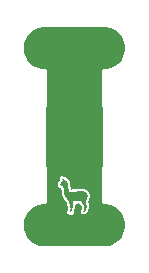
<source format=gbr>
%TF.GenerationSoftware,KiCad,Pcbnew,6.0.1-79c1e3a40b~116~ubuntu20.04.1*%
%TF.CreationDate,2022-01-29T11:44:29+01:00*%
%TF.ProjectId,pcb-connector,7063622d-636f-46e6-9e65-63746f722e6b,rev?*%
%TF.SameCoordinates,Original*%
%TF.FileFunction,Copper,L2,Bot*%
%TF.FilePolarity,Positive*%
%FSLAX46Y46*%
G04 Gerber Fmt 4.6, Leading zero omitted, Abs format (unit mm)*
G04 Created by KiCad (PCBNEW 6.0.1-79c1e3a40b~116~ubuntu20.04.1) date 2022-01-29 11:44:29*
%MOMM*%
%LPD*%
G01*
G04 APERTURE LIST*
%TA.AperFunction,ComponentPad*%
%ADD10C,0.800000*%
%TD*%
%TA.AperFunction,SMDPad,CuDef*%
%ADD11R,3.000000X5.200000*%
%TD*%
%TA.AperFunction,ComponentPad*%
%ADD12C,3.400000*%
%TD*%
G04 APERTURE END LIST*
%TO.C,G\u002A\u002A\u002A*%
G36*
X146495248Y-86068303D02*
G01*
X146506305Y-86072812D01*
X146518716Y-86083882D01*
X146535032Y-86103527D01*
X146536007Y-86104775D01*
X146550462Y-86122221D01*
X146567734Y-86141648D01*
X146585987Y-86161179D01*
X146603382Y-86178932D01*
X146618082Y-86193031D01*
X146628250Y-86201594D01*
X146632048Y-86202742D01*
X146630761Y-86197470D01*
X146626102Y-86183306D01*
X146619214Y-86164234D01*
X146615422Y-86153396D01*
X146609226Y-86127075D01*
X146610194Y-86109087D01*
X146618336Y-86100317D01*
X146621587Y-86100943D01*
X146632878Y-86108056D01*
X146649104Y-86121338D01*
X146667934Y-86138971D01*
X146682913Y-86152986D01*
X146710741Y-86176692D01*
X146741734Y-86201087D01*
X146771540Y-86222658D01*
X146800665Y-86242962D01*
X146826865Y-86262733D01*
X146846411Y-86280155D01*
X146861447Y-86297418D01*
X146874115Y-86316713D01*
X146886557Y-86340229D01*
X146889823Y-86347015D01*
X146897309Y-86364600D01*
X146903824Y-86383840D01*
X146909653Y-86406263D01*
X146915080Y-86433399D01*
X146920389Y-86466777D01*
X146925864Y-86507925D01*
X146931787Y-86558372D01*
X146938445Y-86619648D01*
X146940312Y-86637162D01*
X146945298Y-86681965D01*
X146949806Y-86717883D01*
X146954316Y-86747506D01*
X146959309Y-86773426D01*
X146965262Y-86798234D01*
X146972656Y-86824523D01*
X146981971Y-86854883D01*
X146983377Y-86859393D01*
X146995858Y-86901473D01*
X147009201Y-86949432D01*
X147021896Y-86997703D01*
X147032430Y-87040719D01*
X147034630Y-87050128D01*
X147045333Y-87093527D01*
X147054881Y-87126934D01*
X147064045Y-87152233D01*
X147073595Y-87171304D01*
X147084301Y-87186029D01*
X147096933Y-87198290D01*
X147105411Y-87204932D01*
X147119758Y-87213215D01*
X147135834Y-87217772D01*
X147155660Y-87218608D01*
X147181258Y-87215733D01*
X147214650Y-87209152D01*
X147257858Y-87198874D01*
X147274946Y-87194647D01*
X147308313Y-87186717D01*
X147334697Y-87181317D01*
X147357620Y-87178016D01*
X147380602Y-87176379D01*
X147407165Y-87175976D01*
X147440828Y-87176371D01*
X147469752Y-87176610D01*
X147501771Y-87175984D01*
X147532540Y-87174069D01*
X147564270Y-87170560D01*
X147599167Y-87165155D01*
X147639441Y-87157548D01*
X147687300Y-87147436D01*
X147744953Y-87134515D01*
X147793622Y-87123844D01*
X147855070Y-87112075D01*
X147909901Y-87104043D01*
X147961063Y-87099423D01*
X148011504Y-87097887D01*
X148064169Y-87099109D01*
X148133523Y-87104781D01*
X148220777Y-87119663D01*
X148301830Y-87142536D01*
X148375942Y-87172966D01*
X148442378Y-87210520D01*
X148500400Y-87254765D01*
X148549271Y-87305270D01*
X148588252Y-87361601D01*
X148616607Y-87423325D01*
X148622379Y-87443858D01*
X148627928Y-87480083D01*
X148629564Y-87518502D01*
X148627172Y-87554501D01*
X148620634Y-87583469D01*
X148617171Y-87592932D01*
X148613023Y-87602109D01*
X148610388Y-87601195D01*
X148607525Y-87591219D01*
X148602810Y-87579173D01*
X148595834Y-87575380D01*
X148587894Y-87582308D01*
X148579527Y-87599128D01*
X148571266Y-87625011D01*
X148563650Y-87659127D01*
X148561168Y-87671016D01*
X148553214Y-87702425D01*
X148543003Y-87737176D01*
X148532127Y-87769685D01*
X148511256Y-87831676D01*
X148489046Y-87913576D01*
X148475499Y-87988191D01*
X148470756Y-88054869D01*
X148470717Y-88067246D01*
X148471061Y-88094372D01*
X148472600Y-88114151D01*
X148476012Y-88130289D01*
X148481974Y-88146491D01*
X148491164Y-88166463D01*
X148502540Y-88190961D01*
X148522324Y-88239082D01*
X148536208Y-88283655D01*
X148544223Y-88326761D01*
X148546397Y-88370482D01*
X148542762Y-88416897D01*
X148533347Y-88468086D01*
X148518181Y-88526132D01*
X148497295Y-88593113D01*
X148492172Y-88608474D01*
X148470411Y-88668512D01*
X148448996Y-88718336D01*
X148427043Y-88759656D01*
X148403666Y-88794183D01*
X148377979Y-88823627D01*
X148364069Y-88838151D01*
X148350527Y-88854503D01*
X148343910Y-88866947D01*
X148342662Y-88877874D01*
X148344088Y-88894923D01*
X148282205Y-88894923D01*
X148274809Y-88894919D01*
X148249257Y-88894689D01*
X148233490Y-88893774D01*
X148225379Y-88891719D01*
X148222795Y-88888066D01*
X148223607Y-88882359D01*
X148226256Y-88875897D01*
X148237603Y-88859376D01*
X148254117Y-88841596D01*
X148272415Y-88826436D01*
X148272621Y-88826291D01*
X148279014Y-88818793D01*
X148285528Y-88804979D01*
X148292360Y-88783995D01*
X148299708Y-88754983D01*
X148307769Y-88717088D01*
X148316742Y-88669454D01*
X148326824Y-88611224D01*
X148338212Y-88541542D01*
X148338942Y-88536641D01*
X148341940Y-88495480D01*
X148340837Y-88450183D01*
X148335962Y-88406128D01*
X148327642Y-88368695D01*
X148326326Y-88364593D01*
X148320319Y-88349882D01*
X148311553Y-88334974D01*
X148298478Y-88317773D01*
X148279544Y-88296187D01*
X148253202Y-88268121D01*
X148215877Y-88226712D01*
X148185498Y-88186779D01*
X148162899Y-88148185D01*
X148146596Y-88108376D01*
X148135104Y-88064798D01*
X148134588Y-88062311D01*
X148128277Y-88034439D01*
X148121638Y-88014042D01*
X148112541Y-87997080D01*
X148098857Y-87979512D01*
X148078457Y-87957297D01*
X148074965Y-87953494D01*
X148051447Y-87922891D01*
X148029136Y-87886271D01*
X148010693Y-87848417D01*
X147998776Y-87814108D01*
X147994416Y-87796736D01*
X147977300Y-87826608D01*
X147973640Y-87832800D01*
X147939819Y-87876801D01*
X147896244Y-87913720D01*
X147842651Y-87943745D01*
X147778777Y-87967062D01*
X147736062Y-87977989D01*
X147683955Y-87987325D01*
X147627691Y-87992994D01*
X147564637Y-87995248D01*
X147492164Y-87994336D01*
X147381039Y-87990903D01*
X147384420Y-88010487D01*
X147385629Y-88017987D01*
X147390341Y-88063012D01*
X147392486Y-88116631D01*
X147392004Y-88175871D01*
X147388840Y-88237759D01*
X147386123Y-88273393D01*
X147382236Y-88316180D01*
X147377871Y-88351795D01*
X147372477Y-88383315D01*
X147365500Y-88413818D01*
X147356388Y-88446382D01*
X147344588Y-88484083D01*
X147335961Y-88512546D01*
X147325472Y-88551485D01*
X147316551Y-88589204D01*
X147310505Y-88620476D01*
X147302346Y-88668609D01*
X147293705Y-88711045D01*
X147284607Y-88745956D01*
X147274388Y-88775858D01*
X147262387Y-88803269D01*
X147254748Y-88819560D01*
X147248276Y-88836439D01*
X147246849Y-88847485D01*
X147249765Y-88855611D01*
X147256020Y-88869319D01*
X147261209Y-88887173D01*
X147265398Y-88907322D01*
X147084161Y-88907322D01*
X147108278Y-88871674D01*
X147110029Y-88869066D01*
X147124210Y-88845027D01*
X147132294Y-88822729D01*
X147136693Y-88795728D01*
X147137472Y-88788971D01*
X147140724Y-88764446D01*
X147145371Y-88732404D01*
X147150910Y-88696237D01*
X147156842Y-88659336D01*
X147160030Y-88639482D01*
X147166227Y-88594097D01*
X147169084Y-88556113D01*
X147168423Y-88522192D01*
X147164065Y-88488995D01*
X147155831Y-88453183D01*
X147143541Y-88411416D01*
X147131300Y-88371550D01*
X147118447Y-88326535D01*
X147107910Y-88284610D01*
X147098812Y-88241915D01*
X147090272Y-88194595D01*
X147081413Y-88138791D01*
X147076607Y-88108297D01*
X147068960Y-88065559D01*
X147061801Y-88033820D01*
X147054885Y-88012218D01*
X147047967Y-87999890D01*
X147040801Y-87995972D01*
X147040697Y-87995969D01*
X147033088Y-87991787D01*
X147019553Y-87981231D01*
X147002951Y-87966524D01*
X146989036Y-87952374D01*
X146973356Y-87932190D01*
X146958133Y-87906709D01*
X146941227Y-87872681D01*
X146903765Y-87800953D01*
X146853656Y-87725150D01*
X146794671Y-87654907D01*
X146765181Y-87622102D01*
X146734450Y-87583099D01*
X146710285Y-87544964D01*
X146690581Y-87504277D01*
X146673236Y-87457623D01*
X146654661Y-87393376D01*
X146639609Y-87322075D01*
X146627984Y-87242531D01*
X146619445Y-87152819D01*
X146617966Y-87134886D01*
X146613450Y-87090087D01*
X146607565Y-87040273D01*
X146600907Y-86990326D01*
X146594072Y-86945130D01*
X146590331Y-86922451D01*
X146584080Y-86886641D01*
X146578485Y-86859059D01*
X146572814Y-86837042D01*
X146566332Y-86817926D01*
X146558307Y-86799046D01*
X146548006Y-86777740D01*
X146541158Y-86763555D01*
X146529575Y-86737279D01*
X146520825Y-86714442D01*
X146516410Y-86698793D01*
X146515883Y-86695913D01*
X146510452Y-86678893D01*
X146503237Y-86667795D01*
X146499197Y-86665746D01*
X146482521Y-86662035D01*
X146455579Y-86659007D01*
X146419787Y-86656846D01*
X146401255Y-86656032D01*
X146375318Y-86654508D01*
X146358016Y-86652520D01*
X146346908Y-86649553D01*
X146339555Y-86645092D01*
X146333519Y-86638622D01*
X146321682Y-86626631D01*
X146307720Y-86616730D01*
X146304323Y-86614755D01*
X146296073Y-86604163D01*
X146292865Y-86585357D01*
X146292788Y-86583976D01*
X146290717Y-86559800D01*
X146287702Y-86535953D01*
X146286172Y-86522070D01*
X146288252Y-86511647D01*
X146296101Y-86501637D01*
X146311733Y-86488032D01*
X146324546Y-86477964D01*
X146349452Y-86460104D01*
X146373559Y-86444467D01*
X146407494Y-86424025D01*
X146395778Y-86409556D01*
X146385849Y-86391294D01*
X146383994Y-86366368D01*
X146392896Y-86339544D01*
X146411981Y-86311875D01*
X146440676Y-86284411D01*
X146478407Y-86258203D01*
X146478572Y-86258104D01*
X146495955Y-86247041D01*
X146507598Y-86238409D01*
X146510989Y-86234071D01*
X146510890Y-86233950D01*
X146507614Y-86226522D01*
X146501282Y-86209880D01*
X146492766Y-86186374D01*
X146482935Y-86158354D01*
X146471667Y-86124349D01*
X146465093Y-86099737D01*
X146463501Y-86083390D01*
X146467016Y-86073702D01*
X146475759Y-86069067D01*
X146489853Y-86067879D01*
X146495248Y-86068303D01*
G37*
%TD*%
D10*
%TO.P,J2,2,Pin_2*%
%TO.N,GND*%
X148000000Y-84000000D03*
X149500000Y-83500000D03*
X149000000Y-81000000D03*
X148500000Y-81500000D03*
X147500000Y-83500000D03*
X148000000Y-81000000D03*
X147500000Y-81500000D03*
X149500000Y-81500000D03*
D11*
X148500000Y-82500000D03*
D10*
X149000000Y-84000000D03*
X148500000Y-83500000D03*
%TD*%
%TO.P,J1,2,Pin_2*%
%TO.N,GND*%
X145500000Y-83500000D03*
X147000000Y-81000000D03*
X146500000Y-83500000D03*
X147500000Y-83500000D03*
X146500000Y-81500000D03*
X145500000Y-81500000D03*
X146000000Y-81000000D03*
X147000000Y-84000000D03*
X146000000Y-84000000D03*
D11*
X146500000Y-82500000D03*
D10*
X147500000Y-81500000D03*
%TD*%
D12*
%TO.P,H4,1,1*%
%TO.N,GND*%
X145000000Y-90000000D03*
%TD*%
%TO.P,H3,1,1*%
%TO.N,GND*%
X150000000Y-75000000D03*
%TD*%
%TO.P,H1,1,1*%
%TO.N,GND*%
X145000000Y-75000000D03*
%TD*%
%TO.P,H2,1,1*%
%TO.N,GND*%
X150000000Y-90000000D03*
%TD*%
%TA.AperFunction,Conductor*%
%TO.N,GND*%
G36*
X149988227Y-73202518D02*
G01*
X149999642Y-73205143D01*
X150010517Y-73202682D01*
X150021663Y-73202702D01*
X150021662Y-73203015D01*
X150031612Y-73202261D01*
X150249112Y-73217816D01*
X150263088Y-73219827D01*
X150500200Y-73271408D01*
X150513747Y-73275385D01*
X150603110Y-73308716D01*
X150741113Y-73360188D01*
X150753962Y-73366056D01*
X150966938Y-73482351D01*
X150978820Y-73489987D01*
X151173077Y-73635405D01*
X151183753Y-73644655D01*
X151355345Y-73816247D01*
X151364595Y-73826923D01*
X151510013Y-74021180D01*
X151517649Y-74033062D01*
X151633944Y-74246038D01*
X151639812Y-74258887D01*
X151724614Y-74486250D01*
X151728593Y-74499803D01*
X151780173Y-74736909D01*
X151782184Y-74750891D01*
X151799495Y-74992938D01*
X151799495Y-75007062D01*
X151782184Y-75249109D01*
X151780173Y-75263091D01*
X151728593Y-75500197D01*
X151724614Y-75513750D01*
X151639812Y-75741113D01*
X151633944Y-75753962D01*
X151517649Y-75966938D01*
X151510013Y-75978820D01*
X151364595Y-76173077D01*
X151355345Y-76183753D01*
X151183753Y-76355345D01*
X151173077Y-76364595D01*
X150978820Y-76510013D01*
X150966938Y-76517649D01*
X150753962Y-76633944D01*
X150741113Y-76639812D01*
X150603110Y-76691284D01*
X150513747Y-76724615D01*
X150500200Y-76728592D01*
X150263088Y-76780173D01*
X150249112Y-76782184D01*
X150032127Y-76797702D01*
X150022372Y-76796946D01*
X150022371Y-76797374D01*
X150011221Y-76797355D01*
X150000358Y-76794857D01*
X149989486Y-76797317D01*
X149989485Y-76797317D01*
X149989096Y-76797405D01*
X149988566Y-76797525D01*
X149966640Y-76799965D01*
X149965702Y-76799964D01*
X149965699Y-76799965D01*
X149954551Y-76799955D01*
X149943894Y-76805072D01*
X149922890Y-76812386D01*
X149922235Y-76812534D01*
X149922233Y-76812535D01*
X149911361Y-76814995D01*
X149901894Y-76822512D01*
X149883193Y-76834220D01*
X149872295Y-76839453D01*
X149865334Y-76848157D01*
X149865333Y-76848158D01*
X149864913Y-76848684D01*
X149849157Y-76864385D01*
X149848633Y-76864801D01*
X149848631Y-76864803D01*
X149839900Y-76871736D01*
X149835039Y-76881770D01*
X149835038Y-76881771D01*
X149834630Y-76882613D01*
X149822853Y-76901278D01*
X149815306Y-76910715D01*
X149812808Y-76921578D01*
X149812806Y-76921583D01*
X149812656Y-76922236D01*
X149805267Y-76943220D01*
X149800115Y-76953853D01*
X149800054Y-76977041D01*
X149798333Y-76977036D01*
X149798357Y-76977277D01*
X149800000Y-76977277D01*
X149800000Y-76997758D01*
X149799876Y-77045100D01*
X149799995Y-77045350D01*
X149800000Y-77045390D01*
X149800000Y-87993668D01*
X149799955Y-88045449D01*
X149804781Y-88055498D01*
X149804781Y-88055500D01*
X149805185Y-88056341D01*
X149812463Y-88077183D01*
X149812670Y-88078093D01*
X149812672Y-88078096D01*
X149815150Y-88088962D01*
X149822097Y-88097680D01*
X149822520Y-88098211D01*
X149834334Y-88117046D01*
X149834625Y-88117653D01*
X149834628Y-88117657D01*
X149839453Y-88127705D01*
X149848893Y-88135254D01*
X149864484Y-88150872D01*
X149872015Y-88160323D01*
X149882058Y-88165167D01*
X149882663Y-88165459D01*
X149901478Y-88177308D01*
X149902005Y-88177730D01*
X149902010Y-88177732D01*
X149910715Y-88184694D01*
X149922405Y-88187382D01*
X149922492Y-88187402D01*
X149943318Y-88194715D01*
X149954202Y-88199965D01*
X149966018Y-88199975D01*
X149988120Y-88202494D01*
X149988774Y-88202644D01*
X149988775Y-88202644D01*
X149999642Y-88205143D01*
X150010517Y-88202682D01*
X150021663Y-88202702D01*
X150021662Y-88203015D01*
X150031612Y-88202261D01*
X150249112Y-88217816D01*
X150263088Y-88219827D01*
X150500200Y-88271408D01*
X150513747Y-88275385D01*
X150586569Y-88302546D01*
X150741113Y-88360188D01*
X150753962Y-88366056D01*
X150966938Y-88482351D01*
X150978820Y-88489987D01*
X151173077Y-88635405D01*
X151183753Y-88644655D01*
X151355345Y-88816247D01*
X151364595Y-88826923D01*
X151510013Y-89021180D01*
X151517649Y-89033062D01*
X151633944Y-89246038D01*
X151639812Y-89258887D01*
X151724614Y-89486250D01*
X151728593Y-89499803D01*
X151780173Y-89736909D01*
X151782184Y-89750891D01*
X151799495Y-89992938D01*
X151799495Y-90007062D01*
X151782184Y-90249109D01*
X151780173Y-90263091D01*
X151728593Y-90500197D01*
X151724614Y-90513750D01*
X151639812Y-90741113D01*
X151633944Y-90753962D01*
X151517649Y-90966938D01*
X151510013Y-90978820D01*
X151364595Y-91173077D01*
X151355345Y-91183753D01*
X151183753Y-91355345D01*
X151173077Y-91364595D01*
X150978820Y-91510013D01*
X150966938Y-91517649D01*
X150753962Y-91633944D01*
X150741113Y-91639812D01*
X150603110Y-91691284D01*
X150513747Y-91724615D01*
X150500200Y-91728592D01*
X150263088Y-91780173D01*
X150249112Y-91782184D01*
X150032127Y-91797702D01*
X150022372Y-91796946D01*
X150022371Y-91797374D01*
X150011221Y-91797355D01*
X150000358Y-91794857D01*
X149989486Y-91797317D01*
X149989485Y-91797317D01*
X149988417Y-91797559D01*
X149966568Y-91800000D01*
X145033960Y-91800000D01*
X145011773Y-91797482D01*
X145000358Y-91794857D01*
X144989483Y-91797318D01*
X144978337Y-91797298D01*
X144978338Y-91796985D01*
X144968388Y-91797739D01*
X144750888Y-91782184D01*
X144736912Y-91780173D01*
X144499800Y-91728592D01*
X144486253Y-91724615D01*
X144396890Y-91691284D01*
X144258887Y-91639812D01*
X144246038Y-91633944D01*
X144033062Y-91517649D01*
X144021180Y-91510013D01*
X143826923Y-91364595D01*
X143816247Y-91355345D01*
X143644655Y-91183753D01*
X143635405Y-91173077D01*
X143489987Y-90978820D01*
X143482351Y-90966938D01*
X143366056Y-90753962D01*
X143360188Y-90741113D01*
X143275386Y-90513750D01*
X143271407Y-90500197D01*
X143219827Y-90263091D01*
X143217816Y-90249109D01*
X143200505Y-90007062D01*
X143200505Y-89992938D01*
X143217816Y-89750891D01*
X143219827Y-89736909D01*
X143271407Y-89499803D01*
X143275386Y-89486250D01*
X143360188Y-89258887D01*
X143366056Y-89246038D01*
X143482351Y-89033062D01*
X143489987Y-89021180D01*
X143635405Y-88826923D01*
X143644655Y-88816247D01*
X143816247Y-88644655D01*
X143826923Y-88635405D01*
X144021180Y-88489987D01*
X144033062Y-88482351D01*
X144246038Y-88366056D01*
X144258887Y-88360188D01*
X144413431Y-88302546D01*
X144486253Y-88275385D01*
X144499800Y-88271408D01*
X144736912Y-88219827D01*
X144750888Y-88217816D01*
X144967873Y-88202298D01*
X144977628Y-88203054D01*
X144977629Y-88202626D01*
X144988779Y-88202645D01*
X144999642Y-88205143D01*
X145010514Y-88202683D01*
X145010515Y-88202683D01*
X145010904Y-88202595D01*
X145011434Y-88202475D01*
X145033360Y-88200035D01*
X145034298Y-88200036D01*
X145034301Y-88200035D01*
X145045449Y-88200045D01*
X145056106Y-88194928D01*
X145077110Y-88187614D01*
X145077765Y-88187466D01*
X145077767Y-88187465D01*
X145088639Y-88185005D01*
X145098106Y-88177488D01*
X145116809Y-88165779D01*
X145127705Y-88160547D01*
X145134666Y-88151843D01*
X145134667Y-88151842D01*
X145135087Y-88151316D01*
X145150843Y-88135615D01*
X145151367Y-88135199D01*
X145151369Y-88135197D01*
X145160100Y-88128264D01*
X145164962Y-88118229D01*
X145165370Y-88117387D01*
X145177147Y-88098722D01*
X145177731Y-88097992D01*
X145177731Y-88097991D01*
X145184694Y-88089285D01*
X145187192Y-88078422D01*
X145187194Y-88078417D01*
X145187344Y-88077764D01*
X145194733Y-88056780D01*
X145195025Y-88056178D01*
X145195025Y-88056177D01*
X145199885Y-88046147D01*
X145199946Y-88022959D01*
X145201667Y-88022964D01*
X145201643Y-88022723D01*
X145200000Y-88022723D01*
X145200000Y-88002242D01*
X145200122Y-87955703D01*
X145200122Y-87955702D01*
X145200124Y-87954900D01*
X145200005Y-87954650D01*
X145200000Y-87954610D01*
X145200000Y-86521392D01*
X146084886Y-86521392D01*
X146085498Y-86526947D01*
X146085498Y-86526952D01*
X146086017Y-86531658D01*
X146086464Y-86538169D01*
X146086431Y-86538496D01*
X146086552Y-86539460D01*
X146086575Y-86539793D01*
X146087486Y-86573137D01*
X146090620Y-86579218D01*
X146092079Y-86588633D01*
X146092212Y-86590999D01*
X146091892Y-86596589D01*
X146092863Y-86602281D01*
X146094117Y-86613406D01*
X146094119Y-86613451D01*
X146094121Y-86613464D01*
X146094430Y-86619002D01*
X146094734Y-86620060D01*
X146095688Y-86632352D01*
X146095640Y-86636068D01*
X146095641Y-86636072D01*
X146095498Y-86647216D01*
X146100203Y-86657322D01*
X146112077Y-86682826D01*
X146113770Y-86686674D01*
X146128815Y-86722942D01*
X146133295Y-86726943D01*
X146134304Y-86729548D01*
X146141003Y-86735822D01*
X146141004Y-86735823D01*
X146152221Y-86746328D01*
X146155355Y-86749397D01*
X146156982Y-86751062D01*
X146160392Y-86755440D01*
X146164690Y-86758950D01*
X146164691Y-86758951D01*
X146170583Y-86763763D01*
X146174326Y-86769579D01*
X146175598Y-86768221D01*
X146184155Y-86776235D01*
X146188382Y-86778693D01*
X146200878Y-86791244D01*
X146206370Y-86795977D01*
X146212985Y-86804951D01*
X146222838Y-86810169D01*
X146235384Y-86816813D01*
X146235790Y-86817057D01*
X146236023Y-86817151D01*
X146240150Y-86819337D01*
X146240156Y-86819341D01*
X146240076Y-86819492D01*
X146240780Y-86819764D01*
X146245199Y-86822760D01*
X146248232Y-86825815D01*
X146251315Y-86826907D01*
X146265077Y-86836238D01*
X146276105Y-86837874D01*
X146277296Y-86838338D01*
X146283392Y-86839599D01*
X146286560Y-86840445D01*
X146292201Y-86842135D01*
X146322172Y-86852102D01*
X146371421Y-86888407D01*
X146388453Y-86929018D01*
X146393059Y-86955404D01*
X146393199Y-86956225D01*
X146396426Y-86975787D01*
X146396628Y-86977067D01*
X146402756Y-87017595D01*
X146403001Y-87019312D01*
X146409026Y-87064501D01*
X146409210Y-87065970D01*
X146414354Y-87109507D01*
X146414528Y-87110984D01*
X146414710Y-87112642D01*
X146415571Y-87121178D01*
X146418168Y-87146944D01*
X146418243Y-87148761D01*
X146418192Y-87149149D01*
X146418310Y-87150386D01*
X146420165Y-87169881D01*
X146420275Y-87171118D01*
X146421975Y-87191728D01*
X146422351Y-87192914D01*
X146422372Y-87193059D01*
X146427005Y-87241744D01*
X146427172Y-87244379D01*
X146426800Y-87248969D01*
X146428608Y-87261335D01*
X146429000Y-87264020D01*
X146429595Y-87268957D01*
X146431020Y-87283926D01*
X146432464Y-87288296D01*
X146432933Y-87290932D01*
X146438732Y-87330612D01*
X146439326Y-87335534D01*
X146439328Y-87335557D01*
X146439228Y-87341153D01*
X146440382Y-87346622D01*
X146440383Y-87346628D01*
X146441980Y-87354191D01*
X146443074Y-87360323D01*
X146444972Y-87373306D01*
X146446980Y-87378491D01*
X146447027Y-87378670D01*
X146448147Y-87383401D01*
X146454103Y-87411609D01*
X146454332Y-87412696D01*
X146455066Y-87416545D01*
X146455908Y-87421497D01*
X146456219Y-87427096D01*
X146457777Y-87432484D01*
X146459481Y-87438379D01*
X146461240Y-87445418D01*
X146463631Y-87456746D01*
X146465958Y-87461790D01*
X146467627Y-87466824D01*
X146468761Y-87470479D01*
X146474791Y-87491333D01*
X146475550Y-87495090D01*
X146475781Y-87495033D01*
X146477129Y-87500471D01*
X146477854Y-87506019D01*
X146479803Y-87511261D01*
X146481894Y-87516885D01*
X146484199Y-87523873D01*
X146487367Y-87534830D01*
X146490060Y-87539694D01*
X146492190Y-87544824D01*
X146492007Y-87544900D01*
X146493597Y-87548367D01*
X146496272Y-87555562D01*
X146498284Y-87562292D01*
X146499423Y-87565533D01*
X146500674Y-87570998D01*
X146503116Y-87576040D01*
X146503117Y-87576043D01*
X146504379Y-87578648D01*
X146508074Y-87587304D01*
X146510974Y-87595105D01*
X146514021Y-87599753D01*
X146515472Y-87602624D01*
X146519025Y-87608893D01*
X146522936Y-87616967D01*
X146527214Y-87627231D01*
X146529184Y-87632821D01*
X146532180Y-87637549D01*
X146532231Y-87637629D01*
X146537673Y-87647406D01*
X146537689Y-87647432D01*
X146540109Y-87652428D01*
X146543868Y-87657122D01*
X146550220Y-87666018D01*
X146555594Y-87674499D01*
X146560034Y-87682568D01*
X146560901Y-87683969D01*
X146563291Y-87689028D01*
X146566753Y-87693422D01*
X146566758Y-87693430D01*
X146567864Y-87694834D01*
X146573720Y-87703105D01*
X146574601Y-87704496D01*
X146574607Y-87704504D01*
X146577580Y-87709195D01*
X146581524Y-87713110D01*
X146582445Y-87714256D01*
X146588660Y-87721225D01*
X146595196Y-87729520D01*
X146598054Y-87733332D01*
X146598535Y-87734007D01*
X146601253Y-87738910D01*
X146609974Y-87748611D01*
X146614093Y-87753504D01*
X146622039Y-87763589D01*
X146626357Y-87767075D01*
X146627094Y-87767821D01*
X146630297Y-87771219D01*
X146642569Y-87784870D01*
X146644729Y-87787355D01*
X146689488Y-87840657D01*
X146696253Y-87849720D01*
X146728443Y-87898415D01*
X146733606Y-87907171D01*
X146759991Y-87957690D01*
X146762526Y-87962543D01*
X146763435Y-87964328D01*
X146769103Y-87975737D01*
X146770602Y-87979416D01*
X146770753Y-87979347D01*
X146773064Y-87984447D01*
X146774786Y-87989776D01*
X146777659Y-87994585D01*
X146780505Y-87999350D01*
X146784171Y-88006065D01*
X146789052Y-88015888D01*
X146792570Y-88020192D01*
X146792866Y-88020650D01*
X146798373Y-88030641D01*
X146799118Y-88031863D01*
X146801475Y-88036943D01*
X146804909Y-88041363D01*
X146805593Y-88042486D01*
X146809469Y-88048157D01*
X146810375Y-88049347D01*
X146813226Y-88054119D01*
X146817065Y-88058136D01*
X146820429Y-88062555D01*
X146820326Y-88062633D01*
X146823963Y-88067350D01*
X146824121Y-88067226D01*
X146827573Y-88071637D01*
X146830503Y-88076405D01*
X146834429Y-88080397D01*
X146834629Y-88080653D01*
X146841169Y-88088130D01*
X146841519Y-88088489D01*
X146844927Y-88092876D01*
X146849227Y-88096396D01*
X146851817Y-88099054D01*
X146853323Y-88101164D01*
X146857410Y-88104784D01*
X146881546Y-88155405D01*
X146883856Y-88169954D01*
X146883874Y-88170066D01*
X146886789Y-88188560D01*
X146887362Y-88192198D01*
X146887404Y-88192302D01*
X146889473Y-88205335D01*
X146889514Y-88205700D01*
X146889416Y-88207754D01*
X146890279Y-88212534D01*
X146890279Y-88212537D01*
X146892889Y-88227002D01*
X146893238Y-88229059D01*
X146895521Y-88243437D01*
X146895523Y-88243447D01*
X146896281Y-88248220D01*
X146897046Y-88250125D01*
X146897128Y-88250486D01*
X146898399Y-88257531D01*
X146898516Y-88258374D01*
X146898468Y-88261374D01*
X146900927Y-88272913D01*
X146902229Y-88279024D01*
X146902828Y-88282069D01*
X146905996Y-88299623D01*
X146907168Y-88302372D01*
X146907388Y-88303233D01*
X146908130Y-88306716D01*
X146908335Y-88307898D01*
X146908404Y-88311322D01*
X146911155Y-88322268D01*
X146912622Y-88328104D01*
X146913434Y-88331604D01*
X146914007Y-88334291D01*
X146917001Y-88348344D01*
X146918443Y-88351454D01*
X146918782Y-88352613D01*
X146919550Y-88355668D01*
X146919736Y-88356559D01*
X146919894Y-88359596D01*
X146923191Y-88371141D01*
X146924820Y-88376847D01*
X146925640Y-88379901D01*
X146927288Y-88386457D01*
X146929975Y-88397151D01*
X146931351Y-88399857D01*
X146931641Y-88400736D01*
X146933226Y-88406289D01*
X146933301Y-88406609D01*
X146933440Y-88408534D01*
X146937733Y-88422514D01*
X146939247Y-88427445D01*
X146939803Y-88429322D01*
X146945176Y-88448141D01*
X146946105Y-88449832D01*
X146946217Y-88450145D01*
X146951863Y-88468530D01*
X146952170Y-88469554D01*
X146961426Y-88501013D01*
X146962935Y-88506775D01*
X146965950Y-88519889D01*
X146967624Y-88529178D01*
X146967960Y-88531736D01*
X146968784Y-88542693D01*
X146968846Y-88545863D01*
X146968586Y-88555220D01*
X146967770Y-88566080D01*
X146967471Y-88570052D01*
X146966842Y-88576008D01*
X146966433Y-88579004D01*
X146962344Y-88608949D01*
X146962007Y-88611218D01*
X146959432Y-88627250D01*
X146957488Y-88639347D01*
X146956941Y-88642749D01*
X146956927Y-88642812D01*
X146956655Y-88643498D01*
X146954457Y-88657852D01*
X146953372Y-88664934D01*
X146953273Y-88665563D01*
X146950797Y-88680967D01*
X146949645Y-88680782D01*
X146949542Y-88681053D01*
X146950702Y-88681221D01*
X146950302Y-88683975D01*
X146950092Y-88685355D01*
X146949870Y-88686734D01*
X146949121Y-88686614D01*
X146949111Y-88686797D01*
X146949877Y-88686908D01*
X146947604Y-88702578D01*
X146947489Y-88703346D01*
X146946969Y-88706744D01*
X146945721Y-88714896D01*
X146945277Y-88714828D01*
X146945263Y-88715213D01*
X146945126Y-88715588D01*
X146945446Y-88715630D01*
X146944401Y-88723515D01*
X146944036Y-88723467D01*
X146944015Y-88723970D01*
X146943895Y-88724451D01*
X146944270Y-88724501D01*
X146944270Y-88724503D01*
X146942684Y-88736462D01*
X146942526Y-88737592D01*
X146942412Y-88738373D01*
X146925066Y-88778359D01*
X146923838Y-88779337D01*
X146918995Y-88789378D01*
X146918994Y-88789379D01*
X146913463Y-88800846D01*
X146911451Y-88804342D01*
X146911567Y-88804403D01*
X146908986Y-88809329D01*
X146905875Y-88813927D01*
X146903865Y-88819101D01*
X146903863Y-88819105D01*
X146901995Y-88823914D01*
X146898887Y-88831067D01*
X146884196Y-88861524D01*
X146884189Y-88869753D01*
X146881208Y-88877426D01*
X146883845Y-88911163D01*
X146884146Y-88918944D01*
X146884116Y-88952771D01*
X146887679Y-88960190D01*
X146888320Y-88968395D01*
X146904410Y-88996072D01*
X146905317Y-88997633D01*
X146908963Y-89004517D01*
X146923614Y-89035027D01*
X146930044Y-89040169D01*
X146934179Y-89047282D01*
X146962182Y-89066263D01*
X146968445Y-89070879D01*
X146994876Y-89092016D01*
X147002899Y-89093861D01*
X147009711Y-89098478D01*
X147040120Y-89102985D01*
X147043156Y-89103435D01*
X147050823Y-89104882D01*
X147055978Y-89106067D01*
X147055981Y-89106067D01*
X147061438Y-89107322D01*
X147067038Y-89107322D01*
X147072599Y-89107953D01*
X147072583Y-89108095D01*
X147076605Y-89108392D01*
X147099972Y-89111855D01*
X147110622Y-89108544D01*
X147121734Y-89107685D01*
X147121797Y-89108504D01*
X147129586Y-89107322D01*
X147228650Y-89107322D01*
X147247773Y-89109671D01*
X147250443Y-89109725D01*
X147261261Y-89112423D01*
X147285648Y-89107375D01*
X147285982Y-89107322D01*
X147287944Y-89107322D01*
X147292500Y-89106283D01*
X147292504Y-89106282D01*
X147306957Y-89102985D01*
X147308909Y-89102560D01*
X147320736Y-89100112D01*
X147350614Y-89093928D01*
X147352295Y-89092643D01*
X147354360Y-89092172D01*
X147384137Y-89068444D01*
X147387689Y-89065614D01*
X147389262Y-89064386D01*
X147423109Y-89038514D01*
X147424068Y-89036624D01*
X147425721Y-89035307D01*
X147444209Y-88996978D01*
X147445092Y-88995193D01*
X147459844Y-88966121D01*
X147459844Y-88966120D01*
X147464399Y-88957144D01*
X147464444Y-88955026D01*
X147465363Y-88953120D01*
X147465379Y-88935442D01*
X147465397Y-88914141D01*
X147465400Y-88910501D01*
X147465422Y-88908515D01*
X147465554Y-88902255D01*
X147465836Y-88888860D01*
X147465437Y-88886939D01*
X147465421Y-88886598D01*
X147465426Y-88881712D01*
X147465443Y-88861873D01*
X147465443Y-88861872D01*
X147467834Y-88861874D01*
X147470751Y-88821566D01*
X147472413Y-88818381D01*
X147475342Y-88807142D01*
X147477463Y-88800089D01*
X147478462Y-88797168D01*
X147481151Y-88789299D01*
X147481733Y-88783778D01*
X147482138Y-88781945D01*
X147483565Y-88776700D01*
X147485149Y-88773217D01*
X147488069Y-88758879D01*
X147489275Y-88753680D01*
X147491526Y-88745042D01*
X147491527Y-88745038D01*
X147492927Y-88739664D01*
X147493078Y-88734753D01*
X147493636Y-88731538D01*
X147494297Y-88728292D01*
X147494532Y-88727335D01*
X147495736Y-88724438D01*
X147496670Y-88718927D01*
X147496673Y-88718917D01*
X147498716Y-88706863D01*
X147499313Y-88703658D01*
X147499377Y-88703346D01*
X147502823Y-88686422D01*
X147502750Y-88683292D01*
X147502875Y-88682323D01*
X147507125Y-88657253D01*
X147507531Y-88655011D01*
X147507952Y-88652835D01*
X147511746Y-88633211D01*
X147512598Y-88629245D01*
X147519039Y-88602012D01*
X147519781Y-88599076D01*
X147527876Y-88569029D01*
X147528720Y-88566080D01*
X147535575Y-88543462D01*
X147535839Y-88542605D01*
X147541196Y-88525490D01*
X147541475Y-88524714D01*
X147542867Y-88522158D01*
X147544838Y-88515116D01*
X147547762Y-88504668D01*
X147548618Y-88501780D01*
X147553203Y-88487128D01*
X147553205Y-88487121D01*
X147553992Y-88484606D01*
X147554036Y-88484054D01*
X147554452Y-88482518D01*
X147555398Y-88480564D01*
X147558870Y-88465384D01*
X147560035Y-88460800D01*
X147562681Y-88451345D01*
X147564177Y-88445999D01*
X147564291Y-88443654D01*
X147564606Y-88442255D01*
X147565778Y-88439448D01*
X147568212Y-88425226D01*
X147569285Y-88419853D01*
X147571229Y-88411354D01*
X147571229Y-88411351D01*
X147572469Y-88405931D01*
X147572471Y-88402786D01*
X147572789Y-88400970D01*
X147573621Y-88398679D01*
X147575525Y-88383147D01*
X147576202Y-88378540D01*
X147577870Y-88368794D01*
X147577870Y-88368788D01*
X147578808Y-88363308D01*
X147578666Y-88360724D01*
X147579039Y-88357884D01*
X147579360Y-88356904D01*
X147580991Y-88338949D01*
X147581320Y-88335860D01*
X147582818Y-88323643D01*
X147582818Y-88323638D01*
X147583493Y-88318132D01*
X147583189Y-88315167D01*
X147583234Y-88314261D01*
X147583371Y-88312758D01*
X147583389Y-88312630D01*
X147583817Y-88311256D01*
X147585387Y-88290665D01*
X147585495Y-88289373D01*
X147585841Y-88285573D01*
X147586459Y-88278766D01*
X147610556Y-88222526D01*
X147663108Y-88191190D01*
X147675129Y-88189226D01*
X147680520Y-88188683D01*
X147681743Y-88188560D01*
X147685688Y-88188457D01*
X147685677Y-88188284D01*
X147691262Y-88187925D01*
X147696860Y-88188198D01*
X147702373Y-88187210D01*
X147702375Y-88187210D01*
X147707916Y-88186217D01*
X147715448Y-88185165D01*
X147720907Y-88184615D01*
X147720915Y-88184613D01*
X147726437Y-88184057D01*
X147731699Y-88182286D01*
X147737136Y-88181112D01*
X147737170Y-88181271D01*
X147740994Y-88180291D01*
X147749302Y-88178803D01*
X147753190Y-88178186D01*
X147758019Y-88177518D01*
X147763614Y-88177381D01*
X147769032Y-88175995D01*
X147769038Y-88175994D01*
X147775020Y-88174463D01*
X147782107Y-88172924D01*
X147788058Y-88171858D01*
X147788060Y-88171857D01*
X147793527Y-88170878D01*
X147798639Y-88168707D01*
X147803615Y-88167226D01*
X147807303Y-88166205D01*
X147809961Y-88165525D01*
X147818210Y-88163962D01*
X147820457Y-88163419D01*
X147826014Y-88162727D01*
X147831273Y-88160807D01*
X147831278Y-88160806D01*
X147833359Y-88160046D01*
X147842762Y-88157135D01*
X147844802Y-88156613D01*
X147844810Y-88156610D01*
X147846521Y-88156172D01*
X147846526Y-88156172D01*
X147850180Y-88155237D01*
X147850372Y-88155986D01*
X147906997Y-88153246D01*
X147958177Y-88186776D01*
X147972606Y-88211253D01*
X147972977Y-88212159D01*
X147975826Y-88220055D01*
X147978829Y-88229637D01*
X147981658Y-88234469D01*
X147982783Y-88237010D01*
X147984258Y-88239704D01*
X147986363Y-88244845D01*
X147989556Y-88249385D01*
X147992176Y-88253110D01*
X147996628Y-88260035D01*
X147998376Y-88263020D01*
X148004917Y-88274191D01*
X148009701Y-88283448D01*
X148012565Y-88289787D01*
X148015954Y-88294242D01*
X148016507Y-88295170D01*
X148020755Y-88301512D01*
X148021495Y-88302502D01*
X148024302Y-88307296D01*
X148028103Y-88311344D01*
X148028104Y-88311345D01*
X148029122Y-88312429D01*
X148035742Y-88320255D01*
X148043731Y-88330756D01*
X148046069Y-88334333D01*
X148046128Y-88334291D01*
X148049386Y-88338849D01*
X148052106Y-88343739D01*
X148055853Y-88347896D01*
X148058984Y-88351370D01*
X148064236Y-88357708D01*
X148070353Y-88365748D01*
X148074613Y-88369309D01*
X148078451Y-88373327D01*
X148078408Y-88373368D01*
X148081482Y-88376330D01*
X148090612Y-88386457D01*
X148090834Y-88386727D01*
X148091822Y-88388424D01*
X148105364Y-88402852D01*
X148106639Y-88404239D01*
X148116032Y-88414659D01*
X148140949Y-88470541D01*
X148141468Y-88478533D01*
X148141646Y-88485842D01*
X148141414Y-88495427D01*
X148140383Y-88509585D01*
X148139352Y-88518328D01*
X148131548Y-88566080D01*
X148129664Y-88577610D01*
X148129509Y-88578531D01*
X148121075Y-88627250D01*
X148120059Y-88633117D01*
X148119802Y-88634539D01*
X148113132Y-88669949D01*
X148111868Y-88676658D01*
X148111421Y-88678885D01*
X148111170Y-88680065D01*
X148089830Y-88722896D01*
X148089230Y-88723229D01*
X148087501Y-88725676D01*
X148085607Y-88727416D01*
X148082537Y-88731886D01*
X148082293Y-88732197D01*
X148080986Y-88733703D01*
X148079498Y-88735717D01*
X148075717Y-88739788D01*
X148072936Y-88744598D01*
X148069634Y-88749067D01*
X148069235Y-88748772D01*
X148067509Y-88750950D01*
X148067667Y-88751056D01*
X148061450Y-88760310D01*
X148053331Y-88767948D01*
X148045115Y-88789299D01*
X148039172Y-88804742D01*
X148033302Y-88817294D01*
X148025823Y-88830744D01*
X148025267Y-88840165D01*
X148023518Y-88844576D01*
X148024309Y-88855693D01*
X148023026Y-88863996D01*
X148022679Y-88871391D01*
X148018827Y-88894559D01*
X148021340Y-88903176D01*
X148021341Y-88906726D01*
X148020450Y-88921833D01*
X148024685Y-88932146D01*
X148025266Y-88935631D01*
X148026333Y-88938995D01*
X148027257Y-88950102D01*
X148032906Y-88959711D01*
X148032907Y-88959713D01*
X148033696Y-88961055D01*
X148036404Y-88966285D01*
X148038385Y-88976082D01*
X148053450Y-88995978D01*
X148059856Y-89005550D01*
X148073503Y-89028762D01*
X148082149Y-89034560D01*
X148086605Y-89039829D01*
X148086740Y-89039942D01*
X148093468Y-89048828D01*
X148103385Y-89053917D01*
X148107598Y-89057455D01*
X148112731Y-89060985D01*
X148117540Y-89063653D01*
X148125843Y-89071097D01*
X148144848Y-89076610D01*
X148144746Y-89076962D01*
X148145584Y-89077104D01*
X148149286Y-89079586D01*
X148156784Y-89080659D01*
X148171172Y-89084305D01*
X148174379Y-89085176D01*
X148213478Y-89096517D01*
X148224468Y-89094673D01*
X148229316Y-89094955D01*
X148234294Y-89094562D01*
X148240148Y-89094615D01*
X148244965Y-89094777D01*
X148260179Y-89095659D01*
X148264489Y-89094936D01*
X148264954Y-89094923D01*
X148273905Y-89094923D01*
X148274797Y-89094927D01*
X148295554Y-89095114D01*
X148296377Y-89094935D01*
X148296446Y-89094931D01*
X148297191Y-89094931D01*
X148304139Y-89094935D01*
X148307768Y-89095193D01*
X148315117Y-89098010D01*
X148326224Y-89097091D01*
X148326226Y-89097091D01*
X148348345Y-89095260D01*
X148356510Y-89094923D01*
X148366634Y-89094923D01*
X148372059Y-89093685D01*
X148377573Y-89093064D01*
X148377581Y-89093138D01*
X148381728Y-89092497D01*
X148385918Y-89092150D01*
X148406053Y-89090484D01*
X148415668Y-89084836D01*
X148419017Y-89083775D01*
X148422181Y-89082252D01*
X148433050Y-89079773D01*
X148452132Y-89064567D01*
X148463676Y-89056635D01*
X148484730Y-89044268D01*
X148490942Y-89035013D01*
X148493500Y-89032604D01*
X148495697Y-89029852D01*
X148504411Y-89022908D01*
X148509252Y-89012871D01*
X148509254Y-89012869D01*
X148515012Y-89000931D01*
X148521979Y-88988770D01*
X148525696Y-88983231D01*
X148535581Y-88968503D01*
X148537164Y-88957472D01*
X148538496Y-88954006D01*
X148554672Y-88926865D01*
X148556537Y-88925128D01*
X148559678Y-88920489D01*
X148560581Y-88919434D01*
X148564657Y-88914141D01*
X148565544Y-88912858D01*
X148569197Y-88908672D01*
X148571828Y-88903776D01*
X148571829Y-88903775D01*
X148572646Y-88902255D01*
X148577868Y-88893623D01*
X148577926Y-88893537D01*
X148582627Y-88886594D01*
X148588878Y-88878454D01*
X148589332Y-88877792D01*
X148593002Y-88873560D01*
X148595628Y-88868617D01*
X148595632Y-88868611D01*
X148596165Y-88867607D01*
X148601617Y-88858547D01*
X148602177Y-88857720D01*
X148602179Y-88857717D01*
X148605294Y-88853116D01*
X148607308Y-88847938D01*
X148607616Y-88847350D01*
X148611930Y-88837934D01*
X148615509Y-88831197D01*
X148617758Y-88827611D01*
X148617684Y-88827569D01*
X148620459Y-88822710D01*
X148623769Y-88818189D01*
X148627872Y-88808645D01*
X148631398Y-88801291D01*
X148633588Y-88797168D01*
X148633589Y-88797166D01*
X148636194Y-88792262D01*
X148637644Y-88786901D01*
X148639684Y-88781737D01*
X148639751Y-88781764D01*
X148641142Y-88777770D01*
X148644510Y-88769934D01*
X148646198Y-88766007D01*
X148647853Y-88762430D01*
X148650698Y-88758027D01*
X148652605Y-88752767D01*
X148652607Y-88752762D01*
X148655478Y-88744841D01*
X148657597Y-88739488D01*
X148660864Y-88731886D01*
X148660866Y-88731880D01*
X148663060Y-88726775D01*
X148664005Y-88721629D01*
X148665264Y-88717840D01*
X148673197Y-88695955D01*
X148673414Y-88695429D01*
X148674710Y-88693305D01*
X148676481Y-88687995D01*
X148676484Y-88687987D01*
X148680377Y-88676312D01*
X148680500Y-88675993D01*
X148681464Y-88674343D01*
X148682832Y-88669957D01*
X148682835Y-88669949D01*
X148683469Y-88667916D01*
X148684899Y-88663670D01*
X148685990Y-88660660D01*
X148685991Y-88660657D01*
X148687885Y-88655430D01*
X148688191Y-88652962D01*
X148688353Y-88652397D01*
X148691554Y-88642798D01*
X148694155Y-88635000D01*
X148694341Y-88633099D01*
X148694426Y-88632776D01*
X148703220Y-88604572D01*
X148703942Y-88602500D01*
X148705941Y-88598675D01*
X148707358Y-88593253D01*
X148709920Y-88583448D01*
X148711192Y-88579004D01*
X148715826Y-88564145D01*
X148716162Y-88559846D01*
X148716653Y-88557679D01*
X148721151Y-88540464D01*
X148722207Y-88536724D01*
X148723718Y-88531747D01*
X148725937Y-88526613D01*
X148728052Y-88515111D01*
X148729634Y-88507997D01*
X148731146Y-88502211D01*
X148731147Y-88502201D01*
X148732551Y-88496830D01*
X148732725Y-88491280D01*
X148733509Y-88485850D01*
X148734125Y-88482097D01*
X148736144Y-88471118D01*
X148738434Y-88461882D01*
X148738700Y-88460509D01*
X148740377Y-88455166D01*
X148740939Y-88447986D01*
X148742270Y-88437809D01*
X148742301Y-88437642D01*
X148743541Y-88430901D01*
X148743305Y-88425349D01*
X148743391Y-88424126D01*
X148743563Y-88414480D01*
X148743684Y-88412943D01*
X148744636Y-88400792D01*
X148745869Y-88391159D01*
X148746296Y-88388762D01*
X148746296Y-88388759D01*
X148747279Y-88383244D01*
X148747001Y-88377649D01*
X148747167Y-88375027D01*
X148747210Y-88372004D01*
X148747113Y-88369157D01*
X148747547Y-88363620D01*
X148746738Y-88358119D01*
X148746364Y-88355573D01*
X148745432Y-88346087D01*
X148744662Y-88330613D01*
X148744628Y-88321517D01*
X148744771Y-88318132D01*
X148745007Y-88312541D01*
X148743985Y-88307041D01*
X148743738Y-88303563D01*
X148743133Y-88299860D01*
X148742857Y-88294310D01*
X148740399Y-88285565D01*
X148738375Y-88276878D01*
X148735799Y-88263020D01*
X148734418Y-88252443D01*
X148734343Y-88251462D01*
X148734342Y-88251457D01*
X148733917Y-88245870D01*
X148732251Y-88240523D01*
X148732138Y-88239931D01*
X148729962Y-88231147D01*
X148729732Y-88230392D01*
X148728716Y-88224928D01*
X148726074Y-88218817D01*
X148722420Y-88208962D01*
X148719427Y-88199352D01*
X148718368Y-88194888D01*
X148716855Y-88189568D01*
X148715941Y-88184048D01*
X148712310Y-88175217D01*
X148709356Y-88167023D01*
X148706570Y-88158077D01*
X148703782Y-88153276D01*
X148701674Y-88148480D01*
X148699534Y-88144139D01*
X148695052Y-88133239D01*
X148694365Y-88131391D01*
X148693506Y-88127336D01*
X148689010Y-88117653D01*
X148686750Y-88112785D01*
X148684982Y-88108743D01*
X148678945Y-88094061D01*
X148681334Y-88093078D01*
X148671663Y-88049216D01*
X148671739Y-88048157D01*
X148673843Y-88018584D01*
X148675185Y-88007928D01*
X148676148Y-88002628D01*
X148683554Y-87961839D01*
X148685411Y-87953619D01*
X148701937Y-87892676D01*
X148703662Y-87886994D01*
X148714482Y-87854860D01*
X148714485Y-87854852D01*
X148714585Y-87854688D01*
X148717828Y-87844996D01*
X148721660Y-87833540D01*
X148721722Y-87833354D01*
X148726534Y-87819063D01*
X148726800Y-87818360D01*
X148728485Y-87815360D01*
X148730534Y-87808389D01*
X148733333Y-87798862D01*
X148734431Y-87795369D01*
X148738061Y-87784519D01*
X148738063Y-87784511D01*
X148739823Y-87779249D01*
X148739975Y-87777714D01*
X148740768Y-87775009D01*
X148741516Y-87773551D01*
X148742756Y-87768653D01*
X148756433Y-87743926D01*
X148758628Y-87741043D01*
X148758634Y-87741039D01*
X148760009Y-87742085D01*
X148766992Y-87730937D01*
X148779070Y-87718809D01*
X148779070Y-87718808D01*
X148786937Y-87710909D01*
X148791990Y-87696381D01*
X148794927Y-87687939D01*
X148796694Y-87683753D01*
X148797181Y-87683004D01*
X148798299Y-87679950D01*
X148798307Y-87679930D01*
X148801204Y-87672013D01*
X148803959Y-87665266D01*
X148806858Y-87658850D01*
X148806859Y-87658847D01*
X148808705Y-87654763D01*
X148809020Y-87653212D01*
X148810724Y-87649666D01*
X148811958Y-87644200D01*
X148812905Y-87641478D01*
X148813560Y-87639255D01*
X148814293Y-87636241D01*
X148816201Y-87631028D01*
X148817246Y-87622813D01*
X148818878Y-87613540D01*
X148819937Y-87608847D01*
X148821704Y-87602130D01*
X148823611Y-87595796D01*
X148825225Y-87590434D01*
X148825596Y-87584842D01*
X148825830Y-87583553D01*
X148826006Y-87581957D01*
X148827229Y-87576540D01*
X148827201Y-87564211D01*
X148827419Y-87557426D01*
X148827958Y-87549309D01*
X148829298Y-87538631D01*
X148829328Y-87538201D01*
X148830350Y-87532696D01*
X148830076Y-87526263D01*
X148830205Y-87515505D01*
X148830251Y-87514814D01*
X148830251Y-87514808D01*
X148830619Y-87509266D01*
X148829745Y-87503779D01*
X148829732Y-87503491D01*
X148828647Y-87492696D01*
X148828492Y-87489058D01*
X148828662Y-87478202D01*
X148828648Y-87477853D01*
X148829063Y-87472261D01*
X148828100Y-87465978D01*
X148827051Y-87455225D01*
X148826788Y-87449049D01*
X148825321Y-87443683D01*
X148825289Y-87443477D01*
X148823013Y-87432769D01*
X148822435Y-87428997D01*
X148821410Y-87418773D01*
X148821335Y-87417206D01*
X148821335Y-87417204D01*
X148821066Y-87411609D01*
X148819550Y-87406215D01*
X148819335Y-87404893D01*
X148817904Y-87398275D01*
X148817501Y-87396785D01*
X148816659Y-87391289D01*
X148814615Y-87386115D01*
X148814501Y-87385695D01*
X148809803Y-87369976D01*
X148808971Y-87365968D01*
X148807833Y-87360484D01*
X148805496Y-87355397D01*
X148805127Y-87354274D01*
X148804548Y-87352850D01*
X148803043Y-87347496D01*
X148797089Y-87336555D01*
X148794091Y-87330572D01*
X148774879Y-87288749D01*
X148773231Y-87285163D01*
X148771234Y-87280502D01*
X148767717Y-87271679D01*
X148765644Y-87266478D01*
X148762754Y-87262302D01*
X148762627Y-87262077D01*
X148760581Y-87257625D01*
X148751338Y-87245589D01*
X148748447Y-87241625D01*
X148719088Y-87199198D01*
X148715734Y-87194014D01*
X148715158Y-87193059D01*
X148708800Y-87182522D01*
X148704931Y-87178524D01*
X148704514Y-87177952D01*
X148703992Y-87177385D01*
X148700904Y-87172922D01*
X148690934Y-87163797D01*
X148686643Y-87159625D01*
X148652032Y-87123857D01*
X148647043Y-87118293D01*
X148643321Y-87113813D01*
X148643320Y-87113812D01*
X148639743Y-87109507D01*
X148635291Y-87106112D01*
X148633974Y-87104849D01*
X148632316Y-87103481D01*
X148628449Y-87099485D01*
X148623794Y-87096451D01*
X148623790Y-87096448D01*
X148618790Y-87093189D01*
X148612818Y-87088975D01*
X148574283Y-87059590D01*
X148567530Y-87053948D01*
X148564711Y-87051371D01*
X148564708Y-87051369D01*
X148560577Y-87047593D01*
X148555701Y-87044836D01*
X148553112Y-87042959D01*
X148550144Y-87041182D01*
X148545724Y-87037812D01*
X148540668Y-87035510D01*
X148537064Y-87033869D01*
X148529370Y-87029952D01*
X148487579Y-87006329D01*
X148479127Y-87000970D01*
X148477499Y-86999818D01*
X148477492Y-86999814D01*
X148472927Y-86996585D01*
X148467750Y-86994459D01*
X148466056Y-86993528D01*
X148461525Y-86991328D01*
X148459570Y-86990496D01*
X148454733Y-86987762D01*
X148447361Y-86985561D01*
X148438096Y-86982284D01*
X148393270Y-86963879D01*
X148383317Y-86959127D01*
X148382934Y-86958917D01*
X148382931Y-86958916D01*
X148378018Y-86956225D01*
X148372627Y-86954704D01*
X148372601Y-86954693D01*
X148362241Y-86951118D01*
X148362079Y-86951072D01*
X148356938Y-86948961D01*
X148351460Y-86948047D01*
X148351457Y-86948046D01*
X148350892Y-86947952D01*
X148340302Y-86945581D01*
X148316656Y-86938909D01*
X148292407Y-86932065D01*
X148282881Y-86928749D01*
X148281972Y-86928486D01*
X148276803Y-86926331D01*
X148270050Y-86925179D01*
X148259824Y-86922871D01*
X148253397Y-86921057D01*
X148247845Y-86920775D01*
X148247085Y-86920650D01*
X148236927Y-86919529D01*
X148187652Y-86911124D01*
X148183305Y-86910068D01*
X148183303Y-86910078D01*
X148177816Y-86908996D01*
X148172473Y-86907299D01*
X148163698Y-86906582D01*
X148162848Y-86906512D01*
X148154275Y-86905432D01*
X148144924Y-86903837D01*
X148139381Y-86904144D01*
X148133882Y-86903831D01*
X148129349Y-86903772D01*
X148100559Y-86901418D01*
X148096620Y-86900987D01*
X148091525Y-86899690D01*
X148083006Y-86899492D01*
X148077541Y-86899365D01*
X148071776Y-86899063D01*
X148063541Y-86898390D01*
X148058000Y-86897937D01*
X148052805Y-86898684D01*
X148048770Y-86898698D01*
X148040261Y-86898501D01*
X148036063Y-86898404D01*
X148032919Y-86898237D01*
X148028129Y-86897288D01*
X148022530Y-86897458D01*
X148022526Y-86897458D01*
X148013421Y-86897735D01*
X148008122Y-86897754D01*
X148001416Y-86897599D01*
X147993603Y-86897418D01*
X147988824Y-86898392D01*
X147985647Y-86898581D01*
X147979229Y-86898777D01*
X147975219Y-86898899D01*
X147971006Y-86898915D01*
X147965707Y-86898190D01*
X147951949Y-86899432D01*
X147946065Y-86899787D01*
X147932440Y-86900202D01*
X147927272Y-86901548D01*
X147923017Y-86902045D01*
X147920923Y-86902234D01*
X147911821Y-86903056D01*
X147908405Y-86903265D01*
X147903396Y-86902861D01*
X147897853Y-86903673D01*
X147897852Y-86903673D01*
X147896194Y-86903916D01*
X147889106Y-86904954D01*
X147883673Y-86905597D01*
X147881150Y-86905825D01*
X147874993Y-86906381D01*
X147874990Y-86906382D01*
X147869459Y-86906881D01*
X147864688Y-86908432D01*
X147861277Y-86909031D01*
X147845694Y-86911314D01*
X147843837Y-86911521D01*
X147839766Y-86911371D01*
X147834263Y-86912425D01*
X147834262Y-86912425D01*
X147823860Y-86914417D01*
X147819590Y-86915138D01*
X147803774Y-86917455D01*
X147799981Y-86918925D01*
X147798136Y-86919344D01*
X147776150Y-86923555D01*
X147775544Y-86923644D01*
X147772984Y-86923618D01*
X147767522Y-86924816D01*
X147767519Y-86924816D01*
X147754656Y-86927636D01*
X147752075Y-86928166D01*
X147733857Y-86931655D01*
X147731516Y-86932683D01*
X147730910Y-86932843D01*
X147723870Y-86934386D01*
X147723846Y-86934390D01*
X147723387Y-86934387D01*
X147722111Y-86934673D01*
X147701850Y-86939213D01*
X147701405Y-86939312D01*
X147680096Y-86943984D01*
X147679672Y-86944183D01*
X147679658Y-86944187D01*
X147645281Y-86951892D01*
X147644204Y-86952126D01*
X147601195Y-86961213D01*
X147599176Y-86961617D01*
X147566877Y-86967717D01*
X147563695Y-86968264D01*
X147549053Y-86970532D01*
X147540077Y-86971922D01*
X147535806Y-86972488D01*
X147517682Y-86974492D01*
X147512950Y-86974901D01*
X147495706Y-86975974D01*
X147491497Y-86976146D01*
X147481008Y-86976351D01*
X147469983Y-86976567D01*
X147467264Y-86976583D01*
X147451344Y-86976451D01*
X147443070Y-86976383D01*
X147442729Y-86976379D01*
X147434636Y-86976284D01*
X147430015Y-86976230D01*
X147429380Y-86976195D01*
X147426851Y-86975654D01*
X147420263Y-86975754D01*
X147408135Y-86975938D01*
X147405468Y-86975942D01*
X147392377Y-86975788D01*
X147392380Y-86975522D01*
X147391455Y-86975644D01*
X147389057Y-86975270D01*
X147383483Y-86975667D01*
X147383481Y-86975667D01*
X147377335Y-86976105D01*
X147374738Y-86976290D01*
X147369206Y-86976529D01*
X147355025Y-86976744D01*
X147353926Y-86977012D01*
X147351604Y-86976819D01*
X147339745Y-86978527D01*
X147332692Y-86979284D01*
X147331017Y-86979404D01*
X147326459Y-86979728D01*
X147326455Y-86979729D01*
X147320921Y-86980123D01*
X147318491Y-86980862D01*
X147316856Y-86980823D01*
X147311380Y-86981944D01*
X147310000Y-86982067D01*
X147250359Y-86968406D01*
X147210139Y-86922298D01*
X147205825Y-86909995D01*
X147202461Y-86897904D01*
X147202094Y-86896548D01*
X147197793Y-86880194D01*
X147197791Y-86880188D01*
X147196889Y-86876758D01*
X147196243Y-86875520D01*
X147196189Y-86875357D01*
X147194222Y-86868289D01*
X147194166Y-86868044D01*
X147194063Y-86866387D01*
X147188325Y-86847040D01*
X147187862Y-86845426D01*
X147183598Y-86830101D01*
X147183596Y-86830096D01*
X147182497Y-86826145D01*
X147181706Y-86824680D01*
X147181625Y-86824450D01*
X147181221Y-86823087D01*
X147181181Y-86822924D01*
X147181077Y-86821561D01*
X147180038Y-86818230D01*
X147180036Y-86818220D01*
X147174938Y-86801870D01*
X147174536Y-86800549D01*
X147169470Y-86783468D01*
X147169469Y-86783466D01*
X147168710Y-86780906D01*
X147168222Y-86780040D01*
X147168142Y-86779820D01*
X147164886Y-86769207D01*
X147164230Y-86766974D01*
X147159352Y-86749630D01*
X147158400Y-86745980D01*
X147155363Y-86733325D01*
X147154425Y-86728983D01*
X147151813Y-86715419D01*
X147151156Y-86711605D01*
X147148117Y-86691651D01*
X147147759Y-86689074D01*
X147147214Y-86684727D01*
X147144006Y-86659172D01*
X147143842Y-86657792D01*
X147142665Y-86647216D01*
X147139755Y-86621057D01*
X147139732Y-86620634D01*
X147139729Y-86620634D01*
X147137302Y-86598302D01*
X147134928Y-86576029D01*
X147134861Y-86575834D01*
X147132982Y-86558533D01*
X147132978Y-86558476D01*
X147133072Y-86557619D01*
X147130563Y-86536249D01*
X147130485Y-86535560D01*
X147128431Y-86516654D01*
X147128431Y-86516652D01*
X147128181Y-86514354D01*
X147127902Y-86513546D01*
X147127888Y-86513464D01*
X147126987Y-86505787D01*
X147126973Y-86505578D01*
X147127114Y-86504071D01*
X147124417Y-86483803D01*
X147124228Y-86482295D01*
X147121870Y-86462210D01*
X147121983Y-86462197D01*
X147121443Y-86458280D01*
X147121476Y-86457802D01*
X147118498Y-86439076D01*
X147118141Y-86436631D01*
X147115668Y-86418050D01*
X147115732Y-86418041D01*
X147115626Y-86417402D01*
X147115653Y-86416459D01*
X147112364Y-86400009D01*
X147111672Y-86396153D01*
X147109556Y-86382853D01*
X147109552Y-86382834D01*
X147109056Y-86379716D01*
X147108981Y-86379530D01*
X147108936Y-86377936D01*
X147105358Y-86364174D01*
X147104101Y-86358699D01*
X147102438Y-86350382D01*
X147102437Y-86350379D01*
X147101348Y-86344933D01*
X147100797Y-86343704D01*
X147100546Y-86341217D01*
X147096718Y-86329911D01*
X147094675Y-86323076D01*
X147093117Y-86317081D01*
X147093117Y-86317080D01*
X147091718Y-86311700D01*
X147090680Y-86309700D01*
X147090229Y-86307169D01*
X147088037Y-86302020D01*
X147088034Y-86302010D01*
X147085774Y-86296702D01*
X147083099Y-86289692D01*
X147079512Y-86279099D01*
X147077578Y-86275950D01*
X147075421Y-86271468D01*
X147074888Y-86270245D01*
X147073965Y-86266782D01*
X147071158Y-86261476D01*
X147067578Y-86253961D01*
X147067189Y-86253047D01*
X147065012Y-86247933D01*
X147062512Y-86244480D01*
X147061520Y-86242581D01*
X147058444Y-86236191D01*
X147058442Y-86236188D01*
X147056994Y-86233179D01*
X147056252Y-86232248D01*
X147055720Y-86231195D01*
X147053773Y-86225942D01*
X147049042Y-86218736D01*
X147044293Y-86210701D01*
X147042950Y-86208163D01*
X147040352Y-86203252D01*
X147036725Y-86199040D01*
X147034787Y-86196199D01*
X147030468Y-86189069D01*
X147029822Y-86188133D01*
X147027185Y-86183194D01*
X147023508Y-86178972D01*
X147021614Y-86176225D01*
X147019311Y-86173452D01*
X147016260Y-86168805D01*
X147011631Y-86164356D01*
X147000916Y-86151914D01*
X146999690Y-86150543D01*
X146996450Y-86145974D01*
X146992267Y-86142246D01*
X146990768Y-86140570D01*
X146987881Y-86137650D01*
X146986070Y-86135990D01*
X146982417Y-86131795D01*
X146977925Y-86128520D01*
X146976806Y-86127494D01*
X146969042Y-86121024D01*
X146965475Y-86116775D01*
X146961009Y-86113404D01*
X146961006Y-86113402D01*
X146957068Y-86110430D01*
X146950830Y-86105311D01*
X146947259Y-86102128D01*
X146947258Y-86102128D01*
X146943111Y-86098431D01*
X146938241Y-86095747D01*
X146936746Y-86094689D01*
X146934884Y-86093217D01*
X146933682Y-86091890D01*
X146929642Y-86089074D01*
X146929635Y-86089068D01*
X146919665Y-86082117D01*
X146916653Y-86079932D01*
X146907577Y-86073084D01*
X146907576Y-86073083D01*
X146903140Y-86069736D01*
X146899908Y-86068284D01*
X146898784Y-86067561D01*
X146888081Y-86060099D01*
X146886660Y-86059090D01*
X146863900Y-86042619D01*
X146860710Y-86040211D01*
X146838992Y-86023117D01*
X146836023Y-86020685D01*
X146817903Y-86005249D01*
X146814460Y-86002175D01*
X146803957Y-85992347D01*
X146803928Y-85992320D01*
X146801173Y-85989740D01*
X146797898Y-85986527D01*
X146796798Y-85985397D01*
X146793370Y-85980969D01*
X146783485Y-85972878D01*
X146778550Y-85968556D01*
X146769352Y-85959942D01*
X146767597Y-85958917D01*
X146766915Y-85958326D01*
X146762653Y-85954913D01*
X146758708Y-85950947D01*
X146757654Y-85950283D01*
X146754584Y-85947306D01*
X146751416Y-85944945D01*
X146744184Y-85936463D01*
X146733990Y-85931956D01*
X146730577Y-85930447D01*
X146727912Y-85929091D01*
X146721135Y-85922789D01*
X146700218Y-85916305D01*
X146689528Y-85912300D01*
X146681717Y-85908847D01*
X146681341Y-85908775D01*
X146681125Y-85908667D01*
X146680757Y-85908662D01*
X146676141Y-85907773D01*
X146670824Y-85906113D01*
X146671061Y-85905355D01*
X146667140Y-85904955D01*
X146654588Y-85900545D01*
X146654584Y-85900544D01*
X146644845Y-85897122D01*
X146640054Y-85897654D01*
X146633979Y-85895771D01*
X146623669Y-85897307D01*
X146623128Y-85897138D01*
X146622687Y-85897088D01*
X146622697Y-85897004D01*
X146599207Y-85889662D01*
X146598732Y-85891172D01*
X146590467Y-85888575D01*
X146573067Y-85881131D01*
X146572719Y-85881031D01*
X146562958Y-85875647D01*
X146555618Y-85875239D01*
X146549532Y-85874369D01*
X146549339Y-85874314D01*
X146544454Y-85873205D01*
X146544408Y-85873442D01*
X146538915Y-85872377D01*
X146533571Y-85870698D01*
X146527990Y-85870259D01*
X146527988Y-85870259D01*
X146524258Y-85869966D01*
X146523581Y-85869913D01*
X146515286Y-85868907D01*
X146482673Y-85863546D01*
X146475900Y-85865535D01*
X146468136Y-85864065D01*
X146457365Y-85866947D01*
X146457362Y-85866947D01*
X146442960Y-85870800D01*
X146440799Y-85871304D01*
X146436494Y-85871667D01*
X146431199Y-85873354D01*
X146425962Y-85874395D01*
X146419369Y-85875918D01*
X146418510Y-85876207D01*
X146415647Y-85876627D01*
X146414058Y-85877701D01*
X146412819Y-85878117D01*
X146401725Y-85879226D01*
X146392209Y-85885037D01*
X146384431Y-85887648D01*
X146382208Y-85888958D01*
X146371585Y-85892342D01*
X146363480Y-85899999D01*
X146363367Y-85900065D01*
X146355310Y-85906555D01*
X146353418Y-85907558D01*
X146349320Y-85911092D01*
X146345623Y-85913481D01*
X146323848Y-85926778D01*
X146317794Y-85936140D01*
X146313682Y-85940146D01*
X146310277Y-85944769D01*
X146301834Y-85952052D01*
X146297385Y-85962275D01*
X146297384Y-85962276D01*
X146291773Y-85975167D01*
X146289769Y-85979473D01*
X146286758Y-85984128D01*
X146284846Y-85989397D01*
X146283620Y-85991866D01*
X146277900Y-86001872D01*
X146271022Y-86012428D01*
X146269098Y-86027267D01*
X146268473Y-86027186D01*
X146268473Y-86028702D01*
X146265420Y-86035718D01*
X146265844Y-86046860D01*
X146265916Y-86048757D01*
X146265377Y-86055870D01*
X146265160Y-86057615D01*
X146263614Y-86061138D01*
X146263846Y-86067772D01*
X146262240Y-86080160D01*
X146262290Y-86080670D01*
X146262288Y-86080699D01*
X146260769Y-86092908D01*
X146260769Y-86092911D01*
X146259393Y-86103972D01*
X146262950Y-86114537D01*
X146264069Y-86125628D01*
X146260852Y-86125952D01*
X146261312Y-86168905D01*
X146245046Y-86196218D01*
X146245725Y-86196631D01*
X146226425Y-86228361D01*
X146223338Y-86233123D01*
X146218618Y-86239966D01*
X146218616Y-86239969D01*
X146215460Y-86244545D01*
X146213552Y-86249328D01*
X146213220Y-86249910D01*
X146212981Y-86250464D01*
X146210233Y-86254982D01*
X146208469Y-86260298D01*
X146207444Y-86263385D01*
X146203459Y-86271423D01*
X146203574Y-86271468D01*
X146199481Y-86281835D01*
X146193183Y-86291036D01*
X146191498Y-86302056D01*
X146187404Y-86312427D01*
X146184380Y-86311233D01*
X146165100Y-86349571D01*
X146157209Y-86356708D01*
X146157096Y-86356822D01*
X146152736Y-86360347D01*
X146150450Y-86363263D01*
X146147793Y-86365575D01*
X146144516Y-86370066D01*
X146144294Y-86370308D01*
X146135079Y-86379131D01*
X146133137Y-86380764D01*
X146133135Y-86380766D01*
X146124602Y-86387943D01*
X146113537Y-86412523D01*
X146107640Y-86420605D01*
X146106274Y-86428039D01*
X146105625Y-86428778D01*
X146106096Y-86429000D01*
X146102107Y-86437457D01*
X146099391Y-86442397D01*
X146098773Y-86444142D01*
X146092809Y-86453554D01*
X146092247Y-86458365D01*
X146087895Y-86467593D01*
X146087982Y-86478738D01*
X146087982Y-86478740D01*
X146088012Y-86482513D01*
X146086920Y-86494031D01*
X146087185Y-86494054D01*
X146086714Y-86499593D01*
X146085627Y-86505040D01*
X146085778Y-86510596D01*
X146085543Y-86513364D01*
X146085535Y-86515834D01*
X146084886Y-86521392D01*
X145200000Y-86521392D01*
X145200000Y-77005877D01*
X145200035Y-76965700D01*
X145200045Y-76954551D01*
X145194815Y-76943659D01*
X145187537Y-76922817D01*
X145187330Y-76921907D01*
X145187328Y-76921904D01*
X145184850Y-76911038D01*
X145177480Y-76901789D01*
X145165666Y-76882954D01*
X145165375Y-76882347D01*
X145165372Y-76882343D01*
X145160547Y-76872295D01*
X145151107Y-76864746D01*
X145135516Y-76849128D01*
X145127985Y-76839677D01*
X145117337Y-76834541D01*
X145098522Y-76822692D01*
X145097995Y-76822270D01*
X145097990Y-76822268D01*
X145089285Y-76815306D01*
X145077508Y-76812598D01*
X145056682Y-76805285D01*
X145055836Y-76804877D01*
X145045798Y-76800035D01*
X145033982Y-76800025D01*
X145011880Y-76797506D01*
X145011226Y-76797356D01*
X145011225Y-76797356D01*
X145000358Y-76794857D01*
X144989483Y-76797318D01*
X144978337Y-76797298D01*
X144978338Y-76796985D01*
X144968388Y-76797739D01*
X144750888Y-76782184D01*
X144736912Y-76780173D01*
X144499800Y-76728592D01*
X144486253Y-76724615D01*
X144396890Y-76691284D01*
X144258887Y-76639812D01*
X144246038Y-76633944D01*
X144033062Y-76517649D01*
X144021180Y-76510013D01*
X143826923Y-76364595D01*
X143816247Y-76355345D01*
X143644655Y-76183753D01*
X143635405Y-76173077D01*
X143489987Y-75978820D01*
X143482351Y-75966938D01*
X143366056Y-75753962D01*
X143360188Y-75741113D01*
X143275386Y-75513750D01*
X143271407Y-75500197D01*
X143219827Y-75263091D01*
X143217816Y-75249109D01*
X143200505Y-75007062D01*
X143200505Y-74992938D01*
X143217816Y-74750891D01*
X143219827Y-74736909D01*
X143271407Y-74499803D01*
X143275386Y-74486250D01*
X143360188Y-74258887D01*
X143366056Y-74246038D01*
X143482351Y-74033062D01*
X143489987Y-74021180D01*
X143635405Y-73826923D01*
X143644655Y-73816247D01*
X143816247Y-73644655D01*
X143826923Y-73635405D01*
X144021180Y-73489987D01*
X144033062Y-73482351D01*
X144246038Y-73366056D01*
X144258887Y-73360188D01*
X144396890Y-73308716D01*
X144486253Y-73275385D01*
X144499800Y-73271408D01*
X144736912Y-73219827D01*
X144750888Y-73217816D01*
X144967873Y-73202298D01*
X144977628Y-73203054D01*
X144977629Y-73202626D01*
X144988779Y-73202645D01*
X144999642Y-73205143D01*
X145010514Y-73202683D01*
X145010515Y-73202683D01*
X145011583Y-73202441D01*
X145033432Y-73200000D01*
X149966040Y-73200000D01*
X149988227Y-73202518D01*
G37*
%TD.AperFunction*%
%TD*%
M02*

</source>
